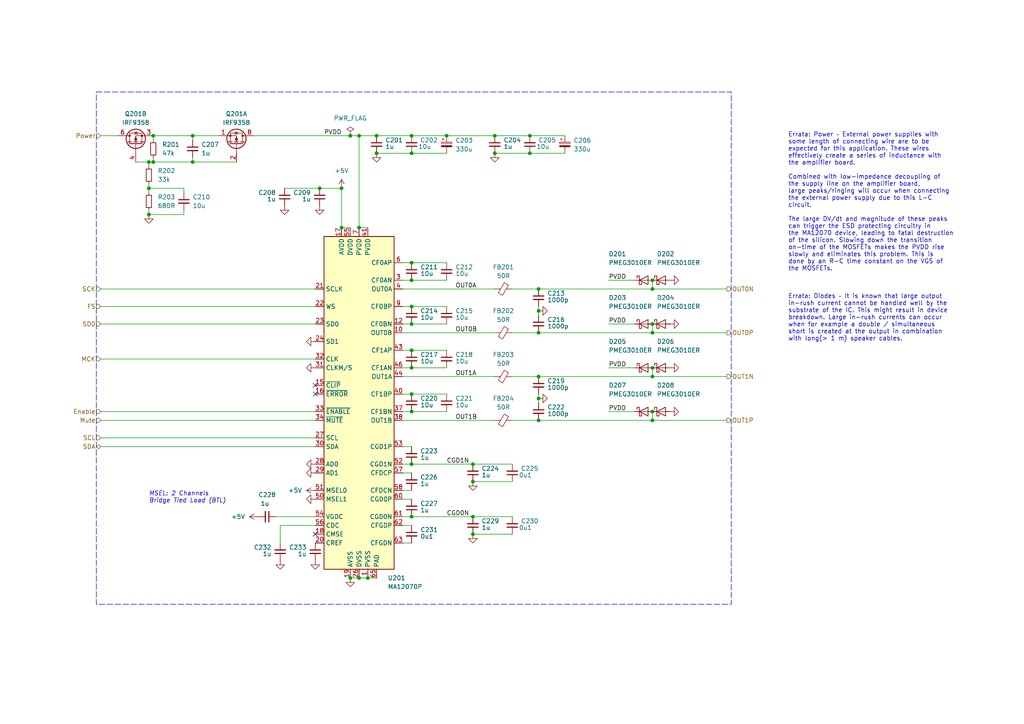
<source format=kicad_sch>
(kicad_sch (version 20250114) (generator "eeschema") (generator_version "9.0")
  (paper "A4")
  (title_block (title "Amplifier Audio") (date "2025-10-27") (rev "2") (company "Versio Duo"))
  (lib_symbols
    (symbol "Device:C_Polarized_Small" (pin_numbers (hide yes)) (pin_names (offset 0.254) (hide yes))
      (property "Reference" "C" (at 0.254 1.778 0))
      (property "Value" "C_Polarized_Small" (at 0.254 -2.032 0))
      (symbol "C_Polarized_Small_0_1"
        (rectangle (start -1.524 0.6858) (end 1.524 0.3048))
        (rectangle (start -1.524 -0.3048) (end 1.524 -0.6858) (fill (type outline)))
        (polyline (pts (xy -1.27 1.524) (xy -0.762 1.524)))
        (polyline (pts (xy -1.016 1.27) (xy -1.016 1.778)))
      )
      (symbol "C_Polarized_Small_1_1"
        (pin passive line (at 0 2.54 270) (length 1.8542) (name "~") (number "1"))
        (pin passive line (at 0 -2.54 90) (length 1.8542) (name "~") (number "2"))
      )
    )
    (symbol "Device:C_Small" (pin_numbers (hide yes)) (pin_names (offset 0.254) (hide yes))
      (property "Reference" "C" (at 0.254 1.778 0))
      (property "Value" "C_Small" (at 0.254 -2.032 0))
      (symbol "C_Small_0_1"
        (polyline (pts (xy -1.524 0.508) (xy 1.524 0.508)) (stroke (width 0.3048)))
        (polyline (pts (xy -1.524 -0.508) (xy 1.524 -0.508)) (stroke (width 0.3302)))
      )
      (symbol "C_Small_1_1"
        (pin passive line (at 0 2.54 270) (length 2.032) (name "~") (number "1"))
        (pin passive line (at 0 -2.54 90) (length 2.032) (name "~") (number "2"))
      )
    )
    (symbol "Device:FerriteBead_Small" (pin_numbers (hide yes)) (pin_names (offset 0))
      (property "Reference" "FB" (at 1.905 1.27 0))
      (property "Value" "FerriteBead_Small" (at 1.905 -1.27 0))
      (symbol "FerriteBead_Small_0_1"
        (polyline (pts (xy -1.8288 0.2794) (xy -1.1176 1.4986) (xy 1.8288 -0.2032) (xy 1.1176 -1.4224) (xy -1.8288 0.2794)))
        (polyline (pts (xy 0 0.889) (xy 0 1.2954)))
        (polyline (pts (xy 0 -1.27) (xy 0 -0.7874)))
      )
      (symbol "FerriteBead_Small_1_1"
        (pin passive line (at 0 2.54 270) (length 1.27) (name "~") (number "1"))
        (pin passive line (at 0 -2.54 90) (length 1.27) (name "~") (number "2"))
      )
    )
    (symbol "Device:R_Small" (pin_numbers (hide yes)) (pin_names (offset 0.254) (hide yes))
      (property "Reference" "R" (at 0 0 90))
      (property "Value" "R_Small" (at 1.778 0 90))
      (symbol "R_Small_0_1"
        (rectangle (start -0.762 1.778) (end 0.762 -1.778) (stroke (width 0.2032)))
      )
      (symbol "R_Small_1_1"
        (pin passive line (at 0 2.54 270) (length 0.762) (name "~") (number "1"))
        (pin passive line (at 0 -2.54 90) (length 0.762) (name "~") (number "2"))
      )
    )
    (symbol "V2_Amplifier_Audio:MA12040P"
      (property "Reference" "U" (at -10.16 49.53 0))
      (property "Value" "MA12070P" (at 3.81 49.53 0))
      (symbol "MA12040P_0_1"
        (rectangle (start -10.16 48.26) (end 10.16 -48.26) (stroke (width 0.254)) (fill (type background)))
      )
      (symbol "MA12040P_1_1"
        (pin input line (at -12.7 33.02 0) (length 2.54) (name "SCLK") (number "21"))
        (pin input line (at -12.7 27.94 0) (length 2.54) (name "WS") (number "22"))
        (pin input line (at -12.7 22.86 0) (length 2.54) (name "SD0") (number "23"))
        (pin input line (at -12.7 17.78 0) (length 2.54) (name "SD1") (number "24"))
        (pin input line (at -12.7 12.7 0) (length 2.54) (name "CLK") (number "32"))
        (pin input line (at -12.7 10.16 0) (length 2.54) (name "CLKM/S") (number "31"))
        (pin output line (at -12.7 5.08 0) (length 2.54) (name "~{CLIP}") (number "15"))
        (pin output line (at -12.7 2.54 0) (length 2.54) (name "~{ERROR}") (number "16"))
        (pin input line (at -12.7 -2.54 0) (length 2.54) (name "~{ENABLE}") (number "33"))
        (pin input line (at -12.7 -5.08 0) (length 2.54) (name "~{MUTE}") (number "34"))
        (pin input line (at -12.7 -10.16 0) (length 2.54) (name "SCL") (number "27"))
        (pin bidirectional line (at -12.7 -12.7 0) (length 2.54) (name "SDA") (number "30"))
        (pin input line (at -12.7 -17.78 0) (length 2.54) (name "AD0") (number "28"))
        (pin input line (at -12.7 -20.32 0) (length 2.54) (name "AD1") (number "29"))
        (pin input line (at -12.7 -25.4 0) (length 2.54) (name "MSEL0") (number "51"))
        (pin input line (at -12.7 -27.94 0) (length 2.54) (name "MSEL1") (number "50"))
        (pin passive line (at -12.7 -33.02 0) (length 2.54) (name "VGDC") (number "54"))
        (pin passive line (at -12.7 -35.56 0) (length 2.54) (name "CDC") (number "56"))
        (pin passive line (at -12.7 -38.1 0) (length 2.54) (name "CMSE") (number "18"))
        (pin passive line (at -12.7 -40.64 0) (length 2.54) (name "CREF") (number "20"))
        (pin power_in line (at -5.08 50.8 270) (length 2.54) (name "AVDD") (number "17"))
        (pin power_in line (at -2.54 50.8 270) (length 2.54) (name "DVDD") (number "55"))
        (pin power_in line (at -2.54 -50.8 90) (length 2.54) (name "AVSS") (number "19"))
        (pin passive line (at -2.54 -50.8 90) (length 2.54) (hide yes) (name "AVSS") (number "25"))
        (pin power_in line (at 0 50.8 270) (length 2.54) (name "PVDD") (number "7"))
        (pin passive line (at 0 50.8 270) (length 2.54) (hide yes) (name "PVDD") (number "8"))
        (pin power_in line (at 0 -50.8 90) (length 2.54) (name "DVSS") (number "26"))
        (pin passive line (at 0 -50.8 90) (length 2.54) (hide yes) (name "DVSS") (number "59"))
        (pin no_connect line (at 0 -66.04 180) (length 2.54) (hide yes) (name "NC") (number "49"))
        (pin no_connect line (at 0 -68.58 180) (length 2.54) (hide yes) (name "NC") (number "64"))
        (pin power_in line (at 2.54 50.8 270) (length 2.54) (name "PVDD") (number "41"))
        (pin passive line (at 2.54 50.8 270) (length 2.54) (hide yes) (name "PVDD") (number "42"))
        (pin power_in line (at 2.54 -50.8 90) (length 2.54) (name "PVSS") (number "1"))
        (pin passive line (at 2.54 -50.8 90) (length 2.54) (hide yes) (name "PVSS") (number "13"))
        (pin passive line (at 2.54 -50.8 90) (length 2.54) (hide yes) (name "PVSS") (number "14"))
        (pin passive line (at 2.54 -50.8 90) (length 2.54) (hide yes) (name "PVSS") (number "2"))
        (pin passive line (at 2.54 -50.8 90) (length 2.54) (hide yes) (name "PVSS") (number "35"))
        (pin passive line (at 2.54 -50.8 90) (length 2.54) (hide yes) (name "PVSS") (number "36"))
        (pin passive line (at 2.54 -50.8 90) (length 2.54) (hide yes) (name "PVSS") (number "47"))
        (pin passive line (at 2.54 -50.8 90) (length 2.54) (hide yes) (name "PVSS") (number "48"))
        (pin input line (at 5.08 -50.8 90) (length 2.54) (name "PAD") (number "65"))
        (pin passive line (at 12.7 40.64 180) (length 2.54) (name "CF0AP") (number "6"))
        (pin passive line (at 12.7 35.56 180) (length 2.54) (name "CF0AN") (number "3"))
        (pin output line (at 12.7 33.02 180) (length 2.54) (name "OUT0A") (number "4"))
        (pin passive line (at 12.7 33.02 180) (length 2.54) (hide yes) (name "OUT0A") (number "5"))
        (pin passive line (at 12.7 27.94 180) (length 2.54) (name "CF0BP") (number "9"))
        (pin passive line (at 12.7 22.86 180) (length 2.54) (name "CF0BN") (number "12"))
        (pin output line (at 12.7 20.32 180) (length 2.54) (name "OUT0B") (number "10"))
        (pin passive line (at 12.7 20.32 180) (length 2.54) (hide yes) (name "OUT0B") (number "11"))
        (pin passive line (at 12.7 15.24 180) (length 2.54) (name "CF1AP") (number "43"))
        (pin passive line (at 12.7 10.16 180) (length 2.54) (name "CF1AN") (number "46"))
        (pin output line (at 12.7 7.62 180) (length 2.54) (name "OUT1A") (number "44"))
        (pin passive line (at 12.7 7.62 180) (length 2.54) (hide yes) (name "OUT1A") (number "45"))
        (pin passive line (at 12.7 2.54 180) (length 2.54) (name "CF1BP") (number "40"))
        (pin passive line (at 12.7 -2.54 180) (length 2.54) (name "CF1BN") (number "37"))
        (pin output line (at 12.7 -5.08 180) (length 2.54) (name "OUT1B") (number "38"))
        (pin passive line (at 12.7 -5.08 180) (length 2.54) (hide yes) (name "OUT1B") (number "39"))
        (pin passive line (at 12.7 -12.7 180) (length 2.54) (name "CGD1P") (number "53"))
        (pin passive line (at 12.7 -17.78 180) (length 2.54) (name "CGD1N") (number "52"))
        (pin passive line (at 12.7 -20.32 180) (length 2.54) (name "CFDCP") (number "57"))
        (pin passive line (at 12.7 -25.4 180) (length 2.54) (name "CFDCN") (number "58"))
        (pin passive line (at 12.7 -27.94 180) (length 2.54) (name "CGD0P") (number "60"))
        (pin passive line (at 12.7 -33.02 180) (length 2.54) (name "CGD0N") (number "61"))
        (pin passive line (at 12.7 -35.56 180) (length 2.54) (name "CFGDP") (number "62"))
        (pin passive line (at 12.7 -40.64 180) (length 2.54) (name "CFGDN") (number "63"))
      )
    )
    (symbol "V2_Diode:PMEG3010ER" (pin_numbers (hide yes)) (pin_names (hide yes))
      (property "Reference" "D" (at 0 2.54 0))
      (property "Value" "PMEG3010ER" (at 0 -2.54 0))
      (symbol "PMEG3010ER_0_1"
        (polyline (pts (xy -1.905 0.635) (xy -1.905 1.27) (xy -1.27 1.27) (xy -1.27 -1.27) (xy -0.635 -1.27) (xy -0.635 -0.635)) (stroke (width 0.2032)))
        (polyline (pts (xy 1.27 1.27) (xy 1.27 -1.27) (xy -1.27 0) (xy 1.27 1.27)) (stroke (width 0.2032)))
        (polyline (pts (xy 1.27 0) (xy -1.27 0)))
      )
      (symbol "PMEG3010ER_1_1"
        (pin passive line (at -2.54 0 0) (length 1.27) (name "K") (number "1"))
        (pin passive line (at 2.54 0 180) (length 1.27) (name "A") (number "2"))
      )
    )
    (symbol "V2_Transistor_FET:IRF9358" (pin_names (hide yes))
      (property "Reference" "Q" (at 5.08 1.905 0))
      (property "Value" "IRF9358" (at 5.08 0 0))
      (symbol "IRF9358_0_1"
        (polyline (pts (xy 0.254 1.905) (xy 0.254 -1.905)) (stroke (width 0.254)))
        (polyline (pts (xy 0.254 0) (xy -2.54 0)))
        (polyline (pts (xy 0.762 2.286) (xy 0.762 1.27)) (stroke (width 0.254)))
        (polyline (pts (xy 0.762 1.778) (xy 3.302 1.778) (xy 3.302 -1.778) (xy 0.762 -1.778)))
        (polyline (pts (xy 0.762 0.508) (xy 0.762 -0.508)) (stroke (width 0.254)))
        (polyline (pts (xy 0.762 -1.27) (xy 0.762 -2.286)) (stroke (width 0.254)))
        (circle (center 1.651 0) (radius 2.794) (stroke (width 0.254)))
        (polyline (pts (xy 2.286 0) (xy 1.27 0.381) (xy 1.27 -0.381) (xy 2.286 0)) (fill (type outline)))
        (polyline (pts (xy 2.54 2.54) (xy 2.54 1.778)))
        (circle (center 2.54 1.778) (radius 0.254) (fill (type outline)))
        (circle (center 2.54 -1.778) (radius 0.254) (fill (type outline)))
        (polyline (pts (xy 2.54 -2.54) (xy 2.54 0) (xy 0.762 0)))
        (polyline (pts (xy 2.794 -0.508) (xy 2.921 -0.381) (xy 3.683 -0.381) (xy 3.81 -0.254)))
        (polyline (pts (xy 3.302 -0.381) (xy 2.921 0.254) (xy 3.683 0.254) (xy 3.302 -0.381)))
      )
      (symbol "IRF9358_1_1"
        (pin input line (at -5.08 0 0) (length 2.54) (name "G1") (number "2"))
        (pin passive line (at 2.54 5.08 270) (length 2.54) (hide yes) (name "D1") (number "7"))
        (pin passive line (at 2.54 5.08 270) (length 2.54) (name "D1") (number "8"))
        (pin passive line (at 2.54 -5.08 90) (length 2.54) (name "S1") (number "1"))
      )
      (symbol "IRF9358_2_1"
        (pin input line (at -5.08 0 0) (length 2.54) (name "G2") (number "4"))
        (pin passive line (at 2.54 5.08 270) (length 2.54) (hide yes) (name "D2") (number "5"))
        (pin passive line (at 2.54 5.08 270) (length 2.54) (name "D2") (number "6"))
        (pin passive line (at 2.54 -5.08 90) (length 2.54) (name "S2") (number "3"))
      )
    )
    (symbol "power:+5V" (power) (pin_numbers (hide yes)) (pin_names (offset 0) (hide yes))
      (property "Value" "+5V" (at 0 3.556 0))
      (symbol "+5V_0_1"
        (polyline (pts (xy -0.762 1.27) (xy 0 2.54)))
        (polyline (pts (xy 0 2.54) (xy 0.762 1.27)))
        (polyline (pts (xy 0 0) (xy 0 2.54)))
      )
      (symbol "+5V_1_1"
        (pin power_in line (at 0 0 90) (length 0) (name "~") (number "1"))
      )
    )
    (symbol "power:GND" (power) (pin_numbers (hide yes)) (pin_names (offset 0) (hide yes))
      (property "Value" "GND" (at 0 -3.81 0))
      (symbol "GND_0_1"
        (polyline (pts (xy 0 0) (xy 0 -1.27) (xy 1.27 -1.27) (xy 0 -2.54) (xy -1.27 -1.27) (xy 0 -1.27)))
      )
      (symbol "GND_1_1"
        (pin power_in line (at 0 0 270) (length 0) (name "~") (number "1"))
      )
    )
    (symbol "power:PWR_FLAG" (power) (pin_numbers (hide yes)) (pin_names (offset 0) (hide yes))
      (property "Value" "PWR_FLAG" (at 0 3.81 0))
      (symbol "PWR_FLAG_0_0"
        (pin power_out line (at 0 0 90) (length 0) (name "~") (number "1"))
      )
      (symbol "PWR_FLAG_0_1"
        (polyline (pts (xy 0 0) (xy 0 1.27) (xy -1.016 1.905) (xy 0 2.54) (xy 1.016 1.905) (xy 0 1.27)))
      )
    )
  )
  (rectangle (start 27.94 26.67) (end 212.09 175.26) (stroke (width 0) (type dash)))
  (text "Errata: Diodes – It is known that large output\nin-rush current cannot be handled well by the\nsubstrate of the IC. This might result in device\nbreakdown. Large in-rush currents can occur\nwhen for example a double / simultaneous\nshort is created at the output in combination\nwith long(> 1 m) speaker cables.\n" (at 228.6 99.06 0) (effects (font (size 1.27 1.27)) (justify left bottom)))
  (text "MSEL: 2 Channels\nBridge Tied Load (BTL)" (at 43.18 146.05 0) (effects (font (size 1.27 1.27) (italic yes)) (justify left bottom)))
  (text "Errata: Power – External power supplies with\nsome length of connecting wire are to be\nexpected for this application. These wires\neffectively create a series of inductance with\nthe amplifier board.\n\nCombined with low-impedance decoupling of\nthe supply line on the amplifier board,\nlarge peaks/ringing will occur when connecting\nthe external power supply due to this L-C\ncircuit.\n\nThe large DV/dt and magnitude of these peaks\ncan trigger the ESD protecting circuitry in\nthe MA12070 device, leading to fatal destruction\nof the silicon. Slowing down the transition\non-time of the MOSFETs makes the PVDD rise\nslowly and eliminates this problem. This is\ndone by an R-C time constant on the VGS of\nthe MOSFETs." (at 228.6 78.74 0) (effects (font (size 1.27 1.27)) (justify left bottom)))
  (junction (at 43.18 54.61))
  (junction (at 189.23 93.98))
  (junction (at 43.18 46.99))
  (junction (at 137.16 149.86))
  (junction (at 137.16 139.7))
  (junction (at 189.23 83.82))
  (junction (at 119.38 119.38))
  (junction (at 99.06 66.04))
  (junction (at 109.22 39.37))
  (junction (at 101.6 39.37))
  (junction (at 156.21 115.57))
  (junction (at 119.38 101.6))
  (junction (at 137.16 154.94))
  (junction (at 44.45 39.37))
  (junction (at 119.38 76.2))
  (junction (at 143.51 44.45))
  (junction (at 153.67 39.37))
  (junction (at 119.38 88.9))
  (junction (at 44.45 46.99))
  (junction (at 156.21 121.92))
  (junction (at 143.51 39.37))
  (junction (at 156.21 96.52))
  (junction (at 119.38 149.86))
  (junction (at 109.22 44.45))
  (junction (at 189.23 121.92))
  (junction (at 156.21 83.82))
  (junction (at 119.38 81.28))
  (junction (at 119.38 39.37))
  (junction (at 119.38 114.3))
  (junction (at 153.67 44.45))
  (junction (at 104.14 167.64))
  (junction (at 104.14 66.04))
  (junction (at 43.18 62.23))
  (junction (at 119.38 106.68))
  (junction (at 106.68 167.64))
  (junction (at 156.21 109.22))
  (junction (at 137.16 134.62))
  (junction (at 156.21 90.17))
  (junction (at 104.14 39.37))
  (junction (at 55.88 46.99))
  (junction (at 189.23 96.52))
  (junction (at 129.54 39.37))
  (junction (at 55.88 39.37))
  (junction (at 189.23 106.68))
  (junction (at 119.38 44.45))
  (junction (at 189.23 109.22))
  (junction (at 92.71 54.61))
  (junction (at 189.23 119.38))
  (junction (at 119.38 93.98))
  (junction (at 99.06 54.61))
  (junction (at 101.6 167.64))
  (junction (at 119.38 134.62))
  (junction (at 189.23 81.28))
  (no_connect (at 91.44 114.3))
  (no_connect (at 91.44 111.76))
  (no_connect (at 91.44 154.94))
  (wire (pts (xy 53.34 54.61) (xy 43.18 54.61)))
  (wire (pts (xy 148.59 121.92) (xy 156.21 121.92)))
  (wire (pts (xy 189.23 93.98) (xy 189.23 96.52)))
  (wire (pts (xy 119.38 101.6) (xy 129.54 101.6)))
  (wire (pts (xy 137.16 139.7) (xy 148.59 139.7)))
  (wire (pts (xy 119.38 144.78) (xy 116.84 144.78)))
  (wire (pts (xy 119.38 76.2) (xy 129.54 76.2)))
  (wire (pts (xy 29.21 88.9) (xy 91.44 88.9)))
  (wire (pts (xy 153.67 44.45) (xy 163.83 44.45)))
  (wire (pts (xy 116.84 101.6) (xy 119.38 101.6)))
  (wire (pts (xy 156.21 88.9) (xy 156.21 90.17)))
  (wire (pts (xy 81.28 157.48) (xy 81.28 152.4)))
  (wire (pts (xy 55.88 46.99) (xy 68.58 46.99)))
  (wire (pts (xy 99.06 66.04) (xy 101.6 66.04)))
  (wire (pts (xy 29.21 93.98) (xy 91.44 93.98)))
  (wire (pts (xy 119.38 106.68) (xy 129.54 106.68)))
  (wire (pts (xy 156.21 90.17) (xy 156.21 91.44)))
  (wire (pts (xy 143.51 44.45) (xy 153.67 44.45)))
  (wire (pts (xy 148.59 96.52) (xy 156.21 96.52)))
  (wire (pts (xy 43.18 62.23) (xy 53.34 62.23)))
  (wire (pts (xy 143.51 39.37) (xy 153.67 39.37)))
  (wire (pts (xy 43.18 48.26) (xy 43.18 46.99)))
  (wire (pts (xy 55.88 45.72) (xy 55.88 46.99)))
  (wire (pts (xy 119.38 137.16) (xy 116.84 137.16)))
  (wire (pts (xy 137.16 134.62) (xy 148.59 134.62)))
  (wire (pts (xy 119.38 142.24) (xy 116.84 142.24)))
  (wire (pts (xy 189.23 109.22) (xy 210.82 109.22)))
  (wire (pts (xy 43.18 54.61) (xy 43.18 53.34)))
  (wire (pts (xy 73.66 39.37) (xy 101.6 39.37)))
  (wire (pts (xy 119.38 134.62) (xy 116.84 134.62)))
  (wire (pts (xy 189.23 119.38) (xy 189.23 121.92)))
  (wire (pts (xy 119.38 93.98) (xy 129.54 93.98)))
  (wire (pts (xy 156.21 114.3) (xy 156.21 115.57)))
  (wire (pts (xy 116.84 119.38) (xy 119.38 119.38)))
  (wire (pts (xy 55.88 40.64) (xy 55.88 39.37)))
  (wire (pts (xy 116.84 96.52) (xy 143.51 96.52)))
  (wire (pts (xy 104.14 66.04) (xy 106.68 66.04)))
  (wire (pts (xy 116.84 93.98) (xy 119.38 93.98)))
  (wire (pts (xy 29.21 83.82) (xy 91.44 83.82)))
  (wire (pts (xy 43.18 62.23) (xy 43.18 60.96)))
  (wire (pts (xy 189.23 96.52) (xy 210.82 96.52)))
  (wire (pts (xy 119.38 134.62) (xy 137.16 134.62)))
  (wire (pts (xy 119.38 157.48) (xy 116.84 157.48)))
  (wire (pts (xy 116.84 121.92) (xy 143.51 121.92)))
  (wire (pts (xy 156.21 96.52) (xy 189.23 96.52)))
  (wire (pts (xy 189.23 81.28) (xy 189.23 83.82)))
  (wire (pts (xy 29.21 129.54) (xy 91.44 129.54)))
  (wire (pts (xy 119.38 129.54) (xy 116.84 129.54)))
  (wire (pts (xy 104.14 39.37) (xy 109.22 39.37)))
  (wire (pts (xy 43.18 55.88) (xy 43.18 54.61)))
  (wire (pts (xy 116.84 88.9) (xy 119.38 88.9)))
  (wire (pts (xy 43.18 46.99) (xy 44.45 46.99)))
  (wire (pts (xy 55.88 39.37) (xy 63.5 39.37)))
  (wire (pts (xy 148.59 109.22) (xy 156.21 109.22)))
  (wire (pts (xy 44.45 46.99) (xy 55.88 46.99)))
  (wire (pts (xy 104.14 39.37) (xy 104.14 66.04)))
  (wire (pts (xy 119.38 81.28) (xy 129.54 81.28)))
  (wire (pts (xy 29.21 119.38) (xy 91.44 119.38)))
  (wire (pts (xy 137.16 154.94) (xy 148.59 154.94)))
  (wire (pts (xy 81.28 152.4) (xy 91.44 152.4)))
  (wire (pts (xy 137.16 149.86) (xy 148.59 149.86)))
  (wire (pts (xy 116.84 83.82) (xy 143.51 83.82)))
  (wire (pts (xy 119.38 152.4) (xy 116.84 152.4)))
  (wire (pts (xy 116.84 114.3) (xy 119.38 114.3)))
  (wire (pts (xy 153.67 39.37) (xy 163.83 39.37)))
  (wire (pts (xy 176.53 93.98) (xy 184.15 93.98)))
  (wire (pts (xy 129.54 39.37) (xy 143.51 39.37)))
  (wire (pts (xy 119.38 88.9) (xy 129.54 88.9)))
  (wire (pts (xy 101.6 39.37) (xy 104.14 39.37)))
  (wire (pts (xy 44.45 39.37) (xy 55.88 39.37)))
  (wire (pts (xy 119.38 119.38) (xy 129.54 119.38)))
  (wire (pts (xy 176.53 119.38) (xy 184.15 119.38)))
  (wire (pts (xy 189.23 83.82) (xy 210.82 83.82)))
  (wire (pts (xy 156.21 109.22) (xy 189.23 109.22)))
  (wire (pts (xy 148.59 83.82) (xy 156.21 83.82)))
  (wire (pts (xy 53.34 55.88) (xy 53.34 54.61)))
  (wire (pts (xy 91.44 149.86) (xy 80.01 149.86)))
  (wire (pts (xy 39.37 46.99) (xy 43.18 46.99)))
  (wire (pts (xy 189.23 106.68) (xy 189.23 109.22)))
  (wire (pts (xy 116.84 76.2) (xy 119.38 76.2)))
  (wire (pts (xy 44.45 45.72) (xy 44.45 46.99)))
  (wire (pts (xy 53.34 62.23) (xy 53.34 60.96)))
  (wire (pts (xy 92.71 54.61) (xy 99.06 54.61)))
  (wire (pts (xy 116.84 106.68) (xy 119.38 106.68)))
  (wire (pts (xy 116.84 109.22) (xy 143.51 109.22)))
  (wire (pts (xy 29.21 104.14) (xy 91.44 104.14)))
  (wire (pts (xy 176.53 81.28) (xy 184.15 81.28)))
  (wire (pts (xy 116.84 81.28) (xy 119.38 81.28)))
  (wire (pts (xy 119.38 39.37) (xy 129.54 39.37)))
  (wire (pts (xy 156.21 115.57) (xy 156.21 116.84)))
  (wire (pts (xy 109.22 44.45) (xy 119.38 44.45)))
  (wire (pts (xy 119.38 44.45) (xy 129.54 44.45)))
  (wire (pts (xy 29.21 39.37) (xy 34.29 39.37)))
  (wire (pts (xy 109.22 39.37) (xy 119.38 39.37)))
  (wire (pts (xy 106.68 167.64) (xy 109.22 167.64)))
  (wire (pts (xy 29.21 121.92) (xy 91.44 121.92)))
  (wire (pts (xy 104.14 167.64) (xy 106.68 167.64)))
  (wire (pts (xy 101.6 167.64) (xy 104.14 167.64)))
  (wire (pts (xy 156.21 121.92) (xy 189.23 121.92)))
  (wire (pts (xy 189.23 121.92) (xy 210.82 121.92)))
  (wire (pts (xy 119.38 114.3) (xy 129.54 114.3)))
  (wire (pts (xy 44.45 40.64) (xy 44.45 39.37)))
  (wire (pts (xy 119.38 149.86) (xy 116.84 149.86)))
  (wire (pts (xy 29.21 127) (xy 91.44 127)))
  (wire (pts (xy 82.55 54.61) (xy 92.71 54.61)))
  (wire (pts (xy 99.06 54.61) (xy 99.06 66.04)))
  (wire (pts (xy 176.53 106.68) (xy 184.15 106.68)))
  (wire (pts (xy 119.38 149.86) (xy 137.16 149.86)))
  (wire (pts (xy 156.21 83.82) (xy 189.23 83.82)))
  (label "PVDD" (at 176.53 93.98 0))
  (label "OUT1B" (at 132.08 121.92 0))
  (label "PVDD" (at 176.53 119.38 0))
  (label "CGD0N" (at 129.54 149.86 0))
  (label "PVDD" (at 93.98 39.37 0))
  (label "OUT1A" (at 132.08 109.22 0))
  (label "PVDD" (at 176.53 81.28 0))
  (label "OUT0A" (at 132.08 83.82 0))
  (label "PVDD" (at 176.53 106.68 0))
  (label "CGD1N" (at 129.54 134.62 0))
  (label "OUT0B" (at 132.08 96.52 0))
  (hierarchical_label "MCK" (shape input) (at 29.21 104.14 180))
  (hierarchical_label "Power" (shape input) (at 29.21 39.37 180))
  (hierarchical_label "Enable" (shape input) (at 29.21 119.38 180))
  (hierarchical_label "SCK" (shape input) (at 29.21 83.82 180))
  (hierarchical_label "OUT0P" (shape output) (at 210.82 96.52 0))
  (hierarchical_label "FS" (shape input) (at 29.21 88.9 180))
  (hierarchical_label "OUT1N" (shape output) (at 210.82 109.22 0))
  (hierarchical_label "SD0" (shape input) (at 29.21 93.98 180))
  (hierarchical_label "SCL" (shape input) (at 29.21 127 180))
  (hierarchical_label "OUT1P" (shape output) (at 210.82 121.92 0))
  (hierarchical_label "Mute" (shape input) (at 29.21 121.92 180))
  (hierarchical_label "SDA" (shape bidirectional) (at 29.21 129.54 180))
  (hierarchical_label "OUT0N" (shape output) (at 210.82 83.82 0))
  (symbol (lib_id "Device:C_Small") (at 156.21 111.76 0) (unit 1)
    (property "Reference" "C219" (at 158.75 110.49 0) (effects (justify left)))
    (property "Value" "1000p" (at 158.75 112.4013 0) (effects (justify left)))
    (property "Footprint" "Capacitor_SMD:C_0603_1608Metric" (effects (hide yes)))
  )
  (symbol (lib_id "Device:C_Small") (at 119.38 116.84 0) (unit 1)
    (property "Reference" "C220" (at 121.92 115.57 0) (effects (justify left)))
    (property "Value" "10u" (at 121.92 117.4813 0) (effects (justify left)))
    (property "Footprint" "Capacitor_SMD:C_0805_2012Metric" (effects (hide yes)))
  )
  (symbol (lib_id "Device:C_Small") (at 119.38 132.08 180) (unit 1)
    (property "Reference" "C223" (at 127 130.81 0) (effects (justify left)))
    (property "Value" "1u" (at 123.19 132.7087 0))
    (property "Footprint" "Capacitor_SMD:C_0603_1608Metric" (effects (hide yes)))
  )
  (symbol (lib_id "Device:C_Small") (at 119.38 154.94 0) (unit 1)
    (property "Reference" "C231" (at 121.92 153.67 0) (effects (justify left)))
    (property "Value" "0u1" (at 121.92 155.5813 0) (effects (justify left)))
    (property "Footprint" "Capacitor_SMD:C_0603_1608Metric" (effects (hide yes)))
  )
  (symbol (lib_id "V2_Amplifier_Audio:MA12040P") (at 104.14 116.84 0) (unit 1)
    (property "Reference" "U201" (at 112.4459 167.64 0) (effects (justify left)))
    (property "Value" "MA12070P" (at 112.4459 170.18 0) (effects (justify left)))
    (property "Footprint" "V2_Package_DFN_QFN:QFN-64-1EP_9x9mm_P0.5mm_EP5.45x5.45mm_ThermalVias" (effects (hide yes)))
  )
  (symbol (lib_id "Device:R_Small") (at 43.18 58.42 0) (unit 1)
    (property "Reference" "R203" (at 45.72 57.15 0) (effects (justify left)))
    (property "Value" "680R" (at 45.72 59.69 0) (effects (justify left)))
    (property "Footprint" "Resistor_SMD:R_0603_1608Metric" (effects (hide yes)))
  )
  (symbol (lib_id "V2_Diode:PMEG3010ER") (at 186.69 119.38 0) (unit 1)
    (property "Reference" "D207" (at 176.53 111.76 0) (effects (justify left)))
    (property "Value" "PMEG3010ER" (at 176.53 114.3 0) (effects (justify left)))
    (property "Footprint" "Diode_SMD:Nexperia_CFP3_SOD-123W" (effects (hide yes)))
  )
  (symbol (lib_id "Device:FerriteBead_Small") (at 146.05 83.82 90) (unit 1)
    (property "Reference" "FB201" (at 146.0119 77.47 90))
    (property "Value" "50R" (at 146.0119 80.01 90))
    (property "Footprint" "Inductor_SMD:L_1206_3216Metric" (effects (hide yes)))
  )
  (symbol (lib_id "Device:C_Small") (at 143.51 41.91 0) (unit 1)
    (property "Reference" "C204" (at 146.05 40.64 0) (effects (justify left)))
    (property "Value" "1u" (at 146.05 42.5513 0) (effects (justify left)))
    (property "Footprint" "Capacitor_SMD:C_0603_1608Metric" (effects (hide yes)))
  )
  (symbol (lib_id "Device:C_Small") (at 82.55 57.15 180) (unit 1)
    (property "Reference" "C208" (at 80.01 55.88 0) (effects (justify left)))
    (property "Value" "1u" (at 78.74 57.7787 0))
    (property "Footprint" "Capacitor_SMD:C_0603_1608Metric" (effects (hide yes)))
  )
  (symbol (lib_id "power:GND") (at 91.44 137.16 270) (unit 1)
    (property "Reference" "#PWR0216" (effects (hide yes)))
    (property "Value" "GND" (effects (hide yes)))
  )
  (symbol (lib_id "Device:C_Small") (at 55.88 43.18 0) (unit 1)
    (property "Reference" "C207" (at 58.42 41.91 0) (effects (justify left)))
    (property "Value" "1u" (at 58.42 44.45 0) (effects (justify left)))
    (property "Footprint" "Capacitor_SMD:C_0603_1608Metric" (effects (hide yes)))
  )
  (symbol (lib_id "Device:R_Small") (at 43.18 50.8 0) (unit 1)
    (property "Reference" "R202" (at 45.72 49.53 0) (effects (justify left)))
    (property "Value" "33k" (at 45.72 52.07 0) (effects (justify left)))
    (property "Footprint" "Resistor_SMD:R_0603_1608Metric" (effects (hide yes)))
  )
  (symbol (lib_id "power:GND") (at 91.44 134.62 270) (unit 1)
    (property "Reference" "#PWR0215" (effects (hide yes)))
    (property "Value" "GND" (effects (hide yes)))
  )
  (symbol (lib_id "Device:C_Small") (at 119.38 41.91 180) (unit 1)
    (property "Reference" "C202" (at 127 40.64 0) (effects (justify left)))
    (property "Value" "10u" (at 123.19 42.5387 0))
    (property "Footprint" "Capacitor_SMD:C_0805_2012Metric" (effects (hide yes)))
  )
  (symbol (lib_id "Device:C_Small") (at 119.38 78.74 0) (unit 1)
    (property "Reference" "C211" (at 121.92 77.47 0) (effects (justify left)))
    (property "Value" "10u" (at 121.92 79.3813 0) (effects (justify left)))
    (property "Footprint" "Capacitor_SMD:C_0805_2012Metric" (effects (hide yes)))
  )
  (symbol (lib_id "V2_Diode:PMEG3010ER") (at 191.77 119.38 0) (unit 1)
    (property "Reference" "D208" (at 190.5 111.76 0) (effects (justify left)))
    (property "Value" "PMEG3010ER" (at 190.5 114.3 0) (effects (justify left)))
    (property "Footprint" "Diode_SMD:Nexperia_CFP3_SOD-123W" (effects (hide yes)))
  )
  (symbol (lib_id "Device:C_Small") (at 81.28 160.02 180) (unit 1)
    (property "Reference" "C232" (at 78.74 158.75 0) (effects (justify left)))
    (property "Value" "1u" (at 77.47 160.6487 0))
    (property "Footprint" "Capacitor_SMD:C_0603_1608Metric" (effects (hide yes)))
  )
  (symbol (lib_id "Device:C_Small") (at 53.34 58.42 0) (unit 1)
    (property "Reference" "C210" (at 55.88 57.15 0) (effects (justify left)))
    (property "Value" "10u" (at 55.88 59.69 0) (effects (justify left)))
    (property "Footprint" "Capacitor_SMD:C_0805_2012Metric" (effects (hide yes)))
  )
  (symbol (lib_id "Device:C_Small") (at 77.47 149.86 270) (unit 1)
    (property "Reference" "C228" (at 74.93 143.51 90) (effects (justify left)))
    (property "Value" "1u" (at 76.8287 146.05 90))
    (property "Footprint" "Capacitor_SMD:C_0603_1608Metric" (effects (hide yes)))
  )
  (symbol (lib_id "power:+5V") (at 91.44 142.24 90) (unit 1)
    (property "Reference" "#PWR0218" (effects (hide yes)))
    (property "Value" "+5V" (at 87.63 142.24 90) (effects (justify left)))
  )
  (symbol (lib_id "V2_Diode:PMEG3010ER") (at 191.77 93.98 0) (unit 1)
    (property "Reference" "D204" (at 190.5 86.36 0) (effects (justify left)))
    (property "Value" "PMEG3010ER" (at 190.5 88.9 0) (effects (justify left)))
    (property "Footprint" "Diode_SMD:Nexperia_CFP3_SOD-123W" (effects (hide yes)))
  )
  (symbol (lib_id "Device:C_Small") (at 119.38 147.32 180) (unit 1)
    (property "Reference" "C227" (at 127 146.05 0) (effects (justify left)))
    (property "Value" "1u" (at 123.19 147.9487 0))
    (property "Footprint" "Capacitor_SMD:C_0603_1608Metric" (effects (hide yes)))
  )
  (symbol (lib_id "Device:C_Small") (at 148.59 137.16 180) (unit 1)
    (property "Reference" "C225" (at 156.21 135.89 0) (effects (justify left)))
    (property "Value" "0u1" (at 152.4 137.7887 0))
    (property "Footprint" "Capacitor_SMD:C_0603_1608Metric" (effects (hide yes)))
  )
  (symbol (lib_id "Device:C_Small") (at 129.54 78.74 0) (unit 1)
    (property "Reference" "C212" (at 132.08 77.47 0) (effects (justify left)))
    (property "Value" "10u" (at 132.08 79.3813 0) (effects (justify left)))
    (property "Footprint" "Capacitor_SMD:C_0805_2012Metric" (effects (hide yes)))
  )
  (symbol (lib_id "power:GND") (at 143.51 44.45 0) (unit 1)
    (property "Reference" "#PWR0202" (effects (hide yes)))
    (property "Value" "GND" (effects (hide yes)))
  )
  (symbol (lib_id "power:GND") (at 91.44 106.68 270) (unit 1)
    (property "Reference" "#PWR0211" (effects (hide yes)))
    (property "Value" "GND" (effects (hide yes)))
  )
  (symbol (lib_id "Device:C_Polarized_Small") (at 163.83 41.91 0) (unit 1)
    (property "Reference" "C206" (at 166.37 40.7289 0) (effects (justify left)))
    (property "Value" "330u" (at 166.37 43.2689 0) (effects (justify left)))
    (property "Footprint" "Capacitor_SMD:CP_Elec_8x10" (effects (hide yes)))
  )
  (symbol (lib_id "power:GND") (at 43.18 62.23 0) (unit 1)
    (property "Reference" "#PWR0206" (effects (hide yes)))
    (property "Value" "GND" (effects (hide yes)))
  )
  (symbol (lib_id "Device:FerriteBead_Small") (at 146.05 96.52 90) (unit 1)
    (property "Reference" "FB202" (at 146.0119 90.17 90))
    (property "Value" "50R" (at 146.0119 92.71 90))
    (property "Footprint" "Inductor_SMD:L_1206_3216Metric" (effects (hide yes)))
  )
  (symbol (lib_id "power:GND") (at 82.55 59.69 0) (unit 1)
    (property "Reference" "#PWR0204" (effects (hide yes)))
    (property "Value" "GND" (effects (hide yes)))
  )
  (symbol (lib_id "Device:C_Small") (at 91.44 160.02 0) (unit 1)
    (property "Reference" "C233" (at 83.82 158.75 0) (effects (justify left)))
    (property "Value" "1u" (at 87.63 160.6613 0))
    (property "Footprint" "Capacitor_SMD:C_0603_1608Metric" (effects (hide yes)))
  )
  (symbol (lib_id "power:+5V") (at 74.93 149.86 90) (unit 1)
    (property "Reference" "#PWR0220" (effects (hide yes)))
    (property "Value" "+5V" (at 71.12 149.86 90) (effects (justify left)))
  )
  (symbol (lib_id "Device:C_Small") (at 109.22 41.91 0) (unit 1)
    (property "Reference" "C201" (at 111.76 40.64 0) (effects (justify left)))
    (property "Value" "1u" (at 111.76 42.5513 0) (effects (justify left)))
    (property "Footprint" "Capacitor_SMD:C_0603_1608Metric" (effects (hide yes)))
  )
  (symbol (lib_id "Device:C_Small") (at 156.21 93.98 0) (unit 1)
    (property "Reference" "C216" (at 158.75 92.71 0) (effects (justify left)))
    (property "Value" "1000p" (at 158.75 94.6213 0) (effects (justify left)))
    (property "Footprint" "Capacitor_SMD:C_0603_1608Metric" (effects (hide yes)))
  )
  (symbol (lib_id "Device:C_Small") (at 156.21 119.38 0) (unit 1)
    (property "Reference" "C222" (at 158.75 118.11 0) (effects (justify left)))
    (property "Value" "1000p" (at 158.75 120.0213 0) (effects (justify left)))
    (property "Footprint" "Capacitor_SMD:C_0603_1608Metric" (effects (hide yes)))
  )
  (symbol (lib_id "power:GND") (at 92.71 59.69 0) (unit 1)
    (property "Reference" "#PWR0205" (effects (hide yes)))
    (property "Value" "GND" (effects (hide yes)))
  )
  (symbol (lib_id "power:GND") (at 194.31 106.68 90) (unit 1)
    (property "Reference" "#PWR0212" (effects (hide yes)))
    (property "Value" "GND" (effects (hide yes)))
  )
  (symbol (lib_id "Device:C_Small") (at 92.71 57.15 180) (unit 1)
    (property "Reference" "C209" (at 90.17 55.88 0) (effects (justify left)))
    (property "Value" "1u" (at 88.9 57.7787 0))
    (property "Footprint" "Capacitor_SMD:C_0603_1608Metric" (effects (hide yes)))
  )
  (symbol (lib_id "Device:R_Small") (at 44.45 43.18 0) (unit 1)
    (property "Reference" "R201" (at 46.99 41.91 0) (effects (justify left)))
    (property "Value" "47k" (at 46.99 44.45 0) (effects (justify left)))
    (property "Footprint" "Resistor_SMD:R_0603_1608Metric" (effects (hide yes)))
  )
  (symbol (lib_id "Device:C_Small") (at 153.67 41.91 180) (unit 1)
    (property "Reference" "C205" (at 161.29 40.64 0) (effects (justify left)))
    (property "Value" "10u" (at 157.48 42.5387 0))
    (property "Footprint" "Capacitor_SMD:C_0805_2012Metric" (effects (hide yes)))
  )
  (symbol (lib_id "V2_Transistor_FET:IRF9358") (at 68.58 41.91 270) (mirror x) (unit 1)
    (property "Reference" "Q201" (at 68.58 33.02 90))
    (property "Value" "IRF9358" (at 68.58 35.56 90))
    (property "Footprint" "Package_SO:SOIC-8_3.9x4.9mm_P1.27mm" (effects (hide yes)))
    (property "Datasheet" "http://www.infineon.com/dgdl/irf7324pbf.pdf?fileId=5546d462533600a4015355f5f0861b4b" (effects (hide yes)))
  )
  (symbol (lib_id "power:GND") (at 81.28 162.56 0) (unit 1)
    (property "Reference" "#PWR0222" (effects (hide yes)))
    (property "Value" "GND" (effects (hide yes)))
  )
  (symbol (lib_id "power:PWR_FLAG") (at 101.6 39.37 0) (unit 1)
    (property "Reference" "#FLG0201" (effects (hide yes)))
    (property "Value" "PWR_FLAG" (at 101.6 34.29 0))
  )
  (symbol (lib_id "V2_Diode:PMEG3010ER") (at 186.69 93.98 0) (unit 1)
    (property "Reference" "D203" (at 176.53 86.36 0) (effects (justify left)))
    (property "Value" "PMEG3010ER" (at 176.53 88.9 0) (effects (justify left)))
    (property "Footprint" "Diode_SMD:Nexperia_CFP3_SOD-123W" (effects (hide yes)))
  )
  (symbol (lib_id "power:GND") (at 137.16 154.94 0) (unit 1)
    (property "Reference" "#PWR0221" (effects (hide yes)))
    (property "Value" "GND" (effects (hide yes)))
  )
  (symbol (lib_id "Device:C_Small") (at 119.38 104.14 0) (unit 1)
    (property "Reference" "C217" (at 121.92 102.87 0) (effects (justify left)))
    (property "Value" "10u" (at 121.92 104.7813 0) (effects (justify left)))
    (property "Footprint" "Capacitor_SMD:C_0805_2012Metric" (effects (hide yes)))
  )
  (symbol (lib_id "V2_Diode:PMEG3010ER") (at 191.77 106.68 0) (unit 1)
    (property "Reference" "D206" (at 190.5 99.06 0) (effects (justify left)))
    (property "Value" "PMEG3010ER" (at 190.5 101.6 0) (effects (justify left)))
    (property "Footprint" "Diode_SMD:Nexperia_CFP3_SOD-123W" (effects (hide yes)))
  )
  (symbol (lib_id "Device:C_Polarized_Small") (at 129.54 41.91 0) (unit 1)
    (property "Reference" "C203" (at 132.08 40.7289 0) (effects (justify left)))
    (property "Value" "330u" (at 132.08 43.2689 0) (effects (justify left)))
    (property "Footprint" "Capacitor_SMD:CP_Elec_8x10" (effects (hide yes)))
  )
  (symbol (lib_id "power:GND") (at 91.44 144.78 270) (unit 1)
    (property "Reference" "#PWR0219" (effects (hide yes)))
    (property "Value" "GND" (effects (hide yes)))
  )
  (symbol (lib_id "power:GND") (at 137.16 139.7 0) (unit 1)
    (property "Reference" "#PWR0217" (effects (hide yes)))
    (property "Value" "GND" (effects (hide yes)))
  )
  (symbol (lib_id "Device:C_Small") (at 129.54 104.14 0) (unit 1)
    (property "Reference" "C218" (at 132.08 102.87 0) (effects (justify left)))
    (property "Value" "10u" (at 132.08 104.7813 0) (effects (justify left)))
    (property "Footprint" "Capacitor_SMD:C_0805_2012Metric" (effects (hide yes)))
  )
  (symbol (lib_id "Device:C_Small") (at 129.54 91.44 0) (unit 1)
    (property "Reference" "C215" (at 132.08 90.17 0) (effects (justify left)))
    (property "Value" "10u" (at 132.08 92.0813 0) (effects (justify left)))
    (property "Footprint" "Capacitor_SMD:C_0805_2012Metric" (effects (hide yes)))
  )
  (symbol (lib_id "Device:FerriteBead_Small") (at 146.05 109.22 90) (unit 1)
    (property "Reference" "FB203" (at 146.0119 102.87 90))
    (property "Value" "50R" (at 146.0119 105.41 90))
    (property "Footprint" "Inductor_SMD:L_1206_3216Metric" (effects (hide yes)))
  )
  (symbol (lib_id "Device:C_Small") (at 119.38 139.7 180) (unit 1)
    (property "Reference" "C226" (at 127 138.43 0) (effects (justify left)))
    (property "Value" "1u" (at 123.19 140.3287 0))
    (property "Footprint" "Capacitor_SMD:C_0603_1608Metric" (effects (hide yes)))
  )
  (symbol (lib_id "power:GND") (at 156.21 115.57 90) (unit 1)
    (property "Reference" "#PWR0213" (effects (hide yes)))
    (property "Value" "GND" (effects (hide yes)))
  )
  (symbol (lib_id "power:GND") (at 91.44 99.06 270) (unit 1)
    (property "Reference" "#PWR0210" (effects (hide yes)))
    (property "Value" "GND" (effects (hide yes)))
  )
  (symbol (lib_id "Device:C_Small") (at 156.21 86.36 0) (unit 1)
    (property "Reference" "C213" (at 158.75 85.09 0) (effects (justify left)))
    (property "Value" "1000p" (at 158.75 87.0013 0) (effects (justify left)))
    (property "Footprint" "Capacitor_SMD:C_0603_1608Metric" (effects (hide yes)))
  )
  (symbol (lib_id "power:GND") (at 194.31 119.38 90) (unit 1)
    (property "Reference" "#PWR0214" (effects (hide yes)))
    (property "Value" "GND" (effects (hide yes)))
  )
  (symbol (lib_id "power:GND") (at 91.44 162.56 0) (unit 1)
    (property "Reference" "#PWR0223" (effects (hide yes)))
    (property "Value" "GND" (effects (hide yes)))
  )
  (symbol (lib_id "Device:C_Small") (at 137.16 152.4 180) (unit 1)
    (property "Reference" "C229" (at 144.78 151.13 0) (effects (justify left)))
    (property "Value" "1u" (at 140.97 153.0287 0))
    (property "Footprint" "Capacitor_SMD:C_0603_1608Metric" (effects (hide yes)))
  )
  (symbol (lib_id "power:GND") (at 194.31 93.98 90) (unit 1)
    (property "Reference" "#PWR0209" (effects (hide yes)))
    (property "Value" "GND" (effects (hide yes)))
  )
  (symbol (lib_id "Device:C_Small") (at 129.54 116.84 0) (unit 1)
    (property "Reference" "C221" (at 132.08 115.57 0) (effects (justify left)))
    (property "Value" "10u" (at 132.08 117.4813 0) (effects (justify left)))
    (property "Footprint" "Capacitor_SMD:C_0805_2012Metric" (effects (hide yes)))
  )
  (symbol (lib_id "power:GND") (at 156.21 90.17 90) (unit 1)
    (property "Reference" "#PWR0208" (effects (hide yes)))
    (property "Value" "GND" (effects (hide yes)))
  )
  (symbol (lib_id "power:GND") (at 101.6 167.64 0) (unit 1)
    (property "Reference" "#PWR0224" (effects (hide yes)))
    (property "Value" "GND" (effects (hide yes)))
  )
  (symbol (lib_id "Device:C_Small") (at 148.59 152.4 180) (unit 1)
    (property "Reference" "C230" (at 156.21 151.13 0) (effects (justify left)))
    (property "Value" "0u1" (at 152.4 153.0287 0))
    (property "Footprint" "Capacitor_SMD:C_0603_1608Metric" (effects (hide yes)))
  )
  (symbol (lib_id "Device:C_Small") (at 119.38 91.44 0) (unit 1)
    (property "Reference" "C214" (at 121.92 90.17 0) (effects (justify left)))
    (property "Value" "10u" (at 121.92 92.0813 0) (effects (justify left)))
    (property "Footprint" "Capacitor_SMD:C_0805_2012Metric" (effects (hide yes)))
  )
  (symbol (lib_id "V2_Diode:PMEG3010ER") (at 186.69 81.28 0) (unit 1)
    (property "Reference" "D201" (at 176.53 73.66 0) (effects (justify left)))
    (property "Value" "PMEG3010ER" (at 176.53 76.2 0) (effects (justify left)))
    (property "Footprint" "Diode_SMD:Nexperia_CFP3_SOD-123W" (effects (hide yes)))
  )
  (symbol (lib_id "power:GND") (at 194.31 81.28 90) (unit 1)
    (property "Reference" "#PWR0207" (effects (hide yes)))
    (property "Value" "GND" (effects (hide yes)))
  )
  (symbol (lib_id "V2_Diode:PMEG3010ER") (at 191.77 81.28 0) (unit 1)
    (property "Reference" "D202" (at 190.5 73.66 0) (effects (justify left)))
    (property "Value" "PMEG3010ER" (at 190.5 76.2 0) (effects (justify left)))
    (property "Footprint" "Diode_SMD:Nexperia_CFP3_SOD-123W" (effects (hide yes)))
  )
  (symbol (lib_id "V2_Transistor_FET:IRF9358") (at 39.37 41.91 90) (unit 2)
    (property "Reference" "Q201" (at 39.37 33.02 90))
    (property "Value" "IRF9358" (at 39.37 35.56 90))
    (property "Footprint" "Package_SO:SOIC-8_3.9x4.9mm_P1.27mm" (effects (hide yes)))
    (property "Datasheet" "http://www.infineon.com/dgdl/irf7324pbf.pdf?fileId=5546d462533600a4015355f5f0861b4b" (effects (hide yes)))
  )
  (symbol (lib_id "Device:C_Small") (at 137.16 137.16 180) (unit 1)
    (property "Reference" "C224" (at 144.78 135.89 0) (effects (justify left)))
    (property "Value" "1u" (at 140.97 137.7887 0))
    (property "Footprint" "Capacitor_SMD:C_0603_1608Metric" (effects (hide yes)))
  )
  (symbol (lib_id "V2_Diode:PMEG3010ER") (at 186.69 106.68 0) (unit 1)
    (property "Reference" "D205" (at 176.53 99.06 0) (effects (justify left)))
    (property "Value" "PMEG3010ER" (at 176.53 101.6 0) (effects (justify left)))
    (property "Footprint" "Diode_SMD:Nexperia_CFP3_SOD-123W" (effects (hide yes)))
  )
  (symbol (lib_id "power:GND") (at 109.22 44.45 0) (unit 1)
    (property "Reference" "#PWR0201" (effects (hide yes)))
    (property "Value" "GND" (effects (hide yes)))
  )
  (symbol (lib_id "Device:FerriteBead_Small") (at 146.05 121.92 90) (unit 1)
    (property "Reference" "FB204" (at 146.0119 115.57 90))
    (property "Value" "50R" (at 146.0119 118.11 90))
    (property "Footprint" "Inductor_SMD:L_1206_3216Metric" (effects (hide yes)))
  )
  (symbol (lib_id "power:+5V") (at 99.06 54.61 0) (unit 1)
    (property "Reference" "#PWR0203" (effects (hide yes)))
    (property "Value" "+5V" (at 99.06 49.53 0))
  )
)
</source>
